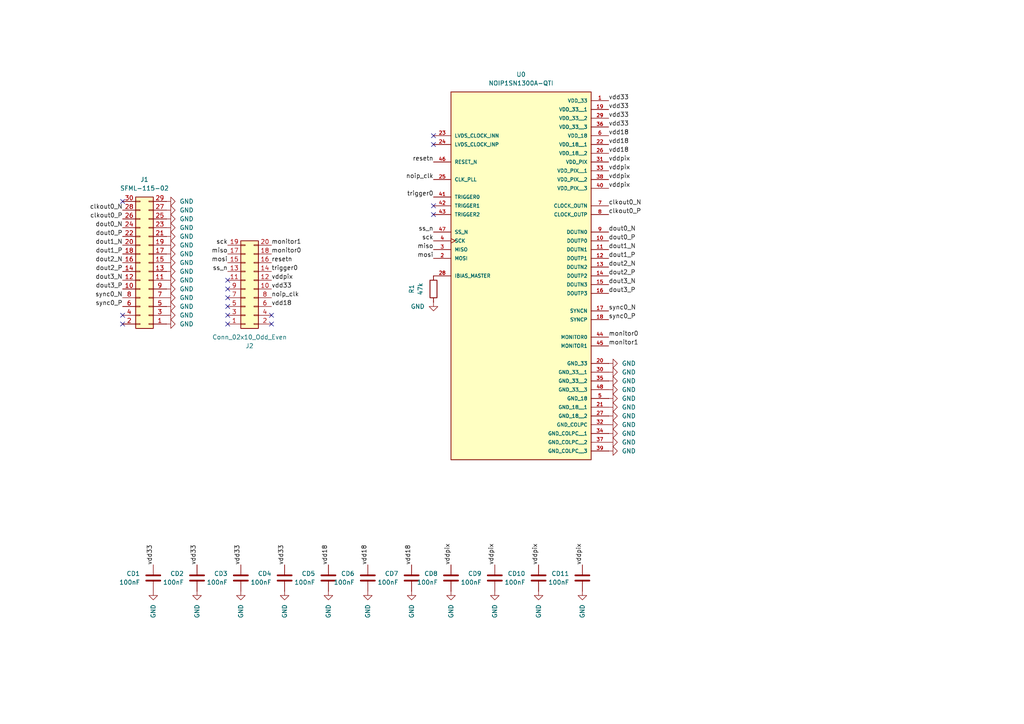
<source format=kicad_sch>
(kicad_sch (version 20231120) (generator "eeschema") (generator_version "8.0")
  (paper "A4")
  (lib_symbols
    (symbol "Connector_Generic:Conn_02x10_Odd_Even" (pin_names (offset 1.016) hide)
      (property "Reference" "J" (at 1.27 12.7 0))
      (property "Value" "Conn_02x10_Odd_Even" (at 1.27 -15.24 0))
      (symbol "Conn_02x10_Odd_Even_1_1"
        (rectangle (start -1.27 -12.573) (end 0 -12.827) (stroke (width 0.1524)))
        (rectangle (start -1.27 -10.033) (end 0 -10.287) (stroke (width 0.1524)))
        (rectangle (start -1.27 -7.493) (end 0 -7.747) (stroke (width 0.1524)))
        (rectangle (start -1.27 -4.953) (end 0 -5.207) (stroke (width 0.1524)))
        (rectangle (start -1.27 -2.413) (end 0 -2.667) (stroke (width 0.1524)))
        (rectangle (start -1.27 0.127) (end 0 -0.127) (stroke (width 0.1524)))
        (rectangle (start -1.27 2.667) (end 0 2.413) (stroke (width 0.1524)))
        (rectangle (start -1.27 5.207) (end 0 4.953) (stroke (width 0.1524)))
        (rectangle (start -1.27 7.747) (end 0 7.493) (stroke (width 0.1524)))
        (rectangle (start -1.27 10.287) (end 0 10.033) (stroke (width 0.1524)))
        (rectangle (start -1.27 11.43) (end 3.81 -13.97) (stroke (width 0.254)) (fill (type background)))
        (rectangle (start 3.81 -12.573) (end 2.54 -12.827) (stroke (width 0.1524)))
        (rectangle (start 3.81 -10.033) (end 2.54 -10.287) (stroke (width 0.1524)))
        (rectangle (start 3.81 -7.493) (end 2.54 -7.747) (stroke (width 0.1524)))
        (rectangle (start 3.81 -4.953) (end 2.54 -5.207) (stroke (width 0.1524)))
        (rectangle (start 3.81 -2.413) (end 2.54 -2.667) (stroke (width 0.1524)))
        (rectangle (start 3.81 0.127) (end 2.54 -0.127) (stroke (width 0.1524)))
        (rectangle (start 3.81 2.667) (end 2.54 2.413) (stroke (width 0.1524)))
        (rectangle (start 3.81 5.207) (end 2.54 4.953) (stroke (width 0.1524)))
        (rectangle (start 3.81 7.747) (end 2.54 7.493) (stroke (width 0.1524)))
        (rectangle (start 3.81 10.287) (end 2.54 10.033) (stroke (width 0.1524)))
        (pin passive line (at -5.08 10.16 0) (length 3.81) (name "Pin_1") (number "1"))
        (pin passive line (at 7.62 0 180) (length 3.81) (name "Pin_10") (number "10"))
        (pin passive line (at -5.08 -2.54 0) (length 3.81) (name "Pin_11") (number "11"))
        (pin passive line (at 7.62 -2.54 180) (length 3.81) (name "Pin_12") (number "12"))
        (pin passive line (at -5.08 -5.08 0) (length 3.81) (name "Pin_13") (number "13"))
        (pin passive line (at 7.62 -5.08 180) (length 3.81) (name "Pin_14") (number "14"))
        (pin passive line (at -5.08 -7.62 0) (length 3.81) (name "Pin_15") (number "15"))
        (pin passive line (at 7.62 -7.62 180) (length 3.81) (name "Pin_16") (number "16"))
        (pin passive line (at -5.08 -10.16 0) (length 3.81) (name "Pin_17") (number "17"))
        (pin passive line (at 7.62 -10.16 180) (length 3.81) (name "Pin_18") (number "18"))
        (pin passive line (at -5.08 -12.7 0) (length 3.81) (name "Pin_19") (number "19"))
        (pin passive line (at 7.62 10.16 180) (length 3.81) (name "Pin_2") (number "2"))
        (pin passive line (at 7.62 -12.7 180) (length 3.81) (name "Pin_20") (number "20"))
        (pin passive line (at -5.08 7.62 0) (length 3.81) (name "Pin_3") (number "3"))
        (pin passive line (at 7.62 7.62 180) (length 3.81) (name "Pin_4") (number "4"))
        (pin passive line (at -5.08 5.08 0) (length 3.81) (name "Pin_5") (number "5"))
        (pin passive line (at 7.62 5.08 180) (length 3.81) (name "Pin_6") (number "6"))
        (pin passive line (at -5.08 2.54 0) (length 3.81) (name "Pin_7") (number "7"))
        (pin passive line (at 7.62 2.54 180) (length 3.81) (name "Pin_8") (number "8"))
        (pin passive line (at -5.08 0 0) (length 3.81) (name "Pin_9") (number "9"))
      )
    )
    (symbol "Connector_Generic:Conn_02x15_Odd_Even" (pin_names (offset 1.016) hide)
      (property "Reference" "J" (at 1.27 20.32 0))
      (property "Value" "Conn_02x15_Odd_Even" (at 1.27 -20.32 0))
      (symbol "Conn_02x15_Odd_Even_1_1"
        (rectangle (start -1.27 -17.653) (end 0 -17.907) (stroke (width 0.1524)))
        (rectangle (start -1.27 -15.113) (end 0 -15.367) (stroke (width 0.1524)))
        (rectangle (start -1.27 -12.573) (end 0 -12.827) (stroke (width 0.1524)))
        (rectangle (start -1.27 -10.033) (end 0 -10.287) (stroke (width 0.1524)))
        (rectangle (start -1.27 -7.493) (end 0 -7.747) (stroke (width 0.1524)))
        (rectangle (start -1.27 -4.953) (end 0 -5.207) (stroke (width 0.1524)))
        (rectangle (start -1.27 -2.413) (end 0 -2.667) (stroke (width 0.1524)))
        (rectangle (start -1.27 0.127) (end 0 -0.127) (stroke (width 0.1524)))
        (rectangle (start -1.27 2.667) (end 0 2.413) (stroke (width 0.1524)))
        (rectangle (start -1.27 5.207) (end 0 4.953) (stroke (width 0.1524)))
        (rectangle (start -1.27 7.747) (end 0 7.493) (stroke (width 0.1524)))
        (rectangle (start -1.27 10.287) (end 0 10.033) (stroke (width 0.1524)))
        (rectangle (start -1.27 12.827) (end 0 12.573) (stroke (width 0.1524)))
        (rectangle (start -1.27 15.367) (end 0 15.113) (stroke (width 0.1524)))
        (rectangle (start -1.27 17.907) (end 0 17.653) (stroke (width 0.1524)))
        (rectangle (start -1.27 19.05) (end 3.81 -19.05) (stroke (width 0.254)) (fill (type background)))
        (rectangle (start 3.81 -17.653) (end 2.54 -17.907) (stroke (width 0.1524)))
        (rectangle (start 3.81 -15.113) (end 2.54 -15.367) (stroke (width 0.1524)))
        (rectangle (start 3.81 -12.573) (end 2.54 -12.827) (stroke (width 0.1524)))
        (rectangle (start 3.81 -10.033) (end 2.54 -10.287) (stroke (width 0.1524)))
        (rectangle (start 3.81 -7.493) (end 2.54 -7.747) (stroke (width 0.1524)))
        (rectangle (start 3.81 -4.953) (end 2.54 -5.207) (stroke (width 0.1524)))
        (rectangle (start 3.81 -2.413) (end 2.54 -2.667) (stroke (width 0.1524)))
        (rectangle (start 3.81 0.127) (end 2.54 -0.127) (stroke (width 0.1524)))
        (rectangle (start 3.81 2.667) (end 2.54 2.413) (stroke (width 0.1524)))
        (rectangle (start 3.81 5.207) (end 2.54 4.953) (stroke (width 0.1524)))
        (rectangle (start 3.81 7.747) (end 2.54 7.493) (stroke (width 0.1524)))
        (rectangle (start 3.81 10.287) (end 2.54 10.033) (stroke (width 0.1524)))
        (rectangle (start 3.81 12.827) (end 2.54 12.573) (stroke (width 0.1524)))
        (rectangle (start 3.81 15.367) (end 2.54 15.113) (stroke (width 0.1524)))
        (rectangle (start 3.81 17.907) (end 2.54 17.653) (stroke (width 0.1524)))
        (pin passive line (at -5.08 17.78 0) (length 3.81) (name "Pin_1") (number "1"))
        (pin passive line (at 7.62 7.62 180) (length 3.81) (name "Pin_10") (number "10"))
        (pin passive line (at -5.08 5.08 0) (length 3.81) (name "Pin_11") (number "11"))
        (pin passive line (at 7.62 5.08 180) (length 3.81) (name "Pin_12") (number "12"))
        (pin passive line (at -5.08 2.54 0) (length 3.81) (name "Pin_13") (number "13"))
        (pin passive line (at 7.62 2.54 180) (length 3.81) (name "Pin_14") (number "14"))
        (pin passive line (at -5.08 0 0) (length 3.81) (name "Pin_15") (number "15"))
        (pin passive line (at 7.62 0 180) (length 3.81) (name "Pin_16") (number "16"))
        (pin passive line (at -5.08 -2.54 0) (length 3.81) (name "Pin_17") (number "17"))
        (pin passive line (at 7.62 -2.54 180) (length 3.81) (name "Pin_18") (number "18"))
        (pin passive line (at -5.08 -5.08 0) (length 3.81) (name "Pin_19") (number "19"))
        (pin passive line (at 7.62 17.78 180) (length 3.81) (name "Pin_2") (number "2"))
        (pin passive line (at 7.62 -5.08 180) (length 3.81) (name "Pin_20") (number "20"))
        (pin passive line (at -5.08 -7.62 0) (length 3.81) (name "Pin_21") (number "21"))
        (pin passive line (at 7.62 -7.62 180) (length 3.81) (name "Pin_22") (number "22"))
        (pin passive line (at -5.08 -10.16 0) (length 3.81) (name "Pin_23") (number "23"))
        (pin passive line (at 7.62 -10.16 180) (length 3.81) (name "Pin_24") (number "24"))
        (pin passive line (at -5.08 -12.7 0) (length 3.81) (name "Pin_25") (number "25"))
        (pin passive line (at 7.62 -12.7 180) (length 3.81) (name "Pin_26") (number "26"))
        (pin passive line (at -5.08 -15.24 0) (length 3.81) (name "Pin_27") (number "27"))
        (pin passive line (at 7.62 -15.24 180) (length 3.81) (name "Pin_28") (number "28"))
        (pin passive line (at -5.08 -17.78 0) (length 3.81) (name "Pin_29") (number "29"))
        (pin passive line (at -5.08 15.24 0) (length 3.81) (name "Pin_3") (number "3"))
        (pin passive line (at 7.62 -17.78 180) (length 3.81) (name "Pin_30") (number "30"))
        (pin passive line (at 7.62 15.24 180) (length 3.81) (name "Pin_4") (number "4"))
        (pin passive line (at -5.08 12.7 0) (length 3.81) (name "Pin_5") (number "5"))
        (pin passive line (at 7.62 12.7 180) (length 3.81) (name "Pin_6") (number "6"))
        (pin passive line (at -5.08 10.16 0) (length 3.81) (name "Pin_7") (number "7"))
        (pin passive line (at 7.62 10.16 180) (length 3.81) (name "Pin_8") (number "8"))
        (pin passive line (at -5.08 7.62 0) (length 3.81) (name "Pin_9") (number "9"))
      )
    )
    (symbol "Device:C" (pin_numbers hide) (pin_names (offset 0.254))
      (property "Reference" "C" (at 0.635 2.54 0))
      (property "Value" "C" (at 0.635 -2.54 0))
      (symbol "C_0_1"
        (polyline (pts (xy -2.032 -0.762) (xy 2.032 -0.762)) (stroke (width 0.508)))
        (polyline (pts (xy -2.032 0.762) (xy 2.032 0.762)) (stroke (width 0.508)))
      )
      (symbol "C_1_1"
        (pin passive line (at 0 3.81 270) (length 2.794) (name "~") (number "1"))
        (pin passive line (at 0 -3.81 90) (length 2.794) (name "~") (number "2"))
      )
    )
    (symbol "Device:R" (pin_numbers hide) (pin_names (offset 0))
      (property "Reference" "R" (at 2.032 0 90))
      (property "Value" "R" (at 0 0 90))
      (symbol "R_0_1"
        (rectangle (start -1.016 -2.54) (end 1.016 2.54) (stroke (width 0.254)))
      )
      (symbol "R_1_1"
        (pin passive line (at 0 3.81 270) (length 1.27) (name "~") (number "1"))
        (pin passive line (at 0 -3.81 90) (length 1.27) (name "~") (number "2"))
      )
    )
    (symbol "NOIP1SN1300A-QTI:NOIP1SN1300A-QTI" (pin_names (offset 1.016))
      (property "Reference" "U" (at -20.32 34.036 0))
      (property "Value" "NOIP1SN1300A-QTI" (at -20.32 -76.962 0))
      (symbol "NOIP1SN1300A-QTI_0_0"
        (rectangle (start -20.32 -73.66) (end 20.32 33.02) (stroke (width 0.254)) (fill (type background)))
        (pin power_in line (at 25.4 30.48 180) (length 5.08) (name "VDD_33") (number "1"))
        (pin output line (at 25.4 -10.16 180) (length 5.08) (name "DOUTP0") (number "10"))
        (pin output line (at 25.4 -12.7 180) (length 5.08) (name "DOUTN1") (number "11"))
        (pin output line (at 25.4 -15.24 180) (length 5.08) (name "DOUTP1") (number "12"))
        (pin output line (at 25.4 -17.78 180) (length 5.08) (name "DOUTN2") (number "13"))
        (pin output line (at 25.4 -20.32 180) (length 5.08) (name "DOUTP2") (number "14"))
        (pin output line (at 25.4 -22.86 180) (length 5.08) (name "DOUTN3") (number "15"))
        (pin output line (at 25.4 -25.4 180) (length 5.08) (name "DOUTP3") (number "16"))
        (pin output line (at 25.4 -30.48 180) (length 5.08) (name "SYNCN") (number "17"))
        (pin output line (at 25.4 -33.02 180) (length 5.08) (name "SYNCP") (number "18"))
        (pin power_in line (at 25.4 27.94 180) (length 5.08) (name "VDD_33__1") (number "19"))
        (pin input line (at -25.4 -15.24 0) (length 5.08) (name "MOSI") (number "2"))
        (pin power_in line (at 25.4 -45.72 180) (length 5.08) (name "GND_33") (number "20"))
        (pin power_in line (at 25.4 -58.42 180) (length 5.08) (name "GND_18__1") (number "21"))
        (pin power_in line (at 25.4 17.78 180) (length 5.08) (name "VDD_18__1") (number "22"))
        (pin input line (at -25.4 20.32 0) (length 5.08) (name "LVDS_CLOCK_INN") (number "23"))
        (pin input line (at -25.4 17.78 0) (length 5.08) (name "LVDS_CLOCK_INP") (number "24"))
        (pin input line (at -25.4 7.62 0) (length 5.08) (name "CLK_PLL") (number "25"))
        (pin power_in line (at 25.4 15.24 180) (length 5.08) (name "VDD_18__2") (number "26"))
        (pin power_in line (at 25.4 -60.96 180) (length 5.08) (name "GND_18__2") (number "27"))
        (pin bidirectional line (at -25.4 -20.32 0) (length 5.08) (name "IBIAS_MASTER") (number "28"))
        (pin power_in line (at 25.4 25.4 180) (length 5.08) (name "VDD_33__2") (number "29"))
        (pin output line (at -25.4 -12.7 0) (length 5.08) (name "MISO") (number "3"))
        (pin power_in line (at 25.4 -48.26 180) (length 5.08) (name "GND_33__1") (number "30"))
        (pin power_in line (at 25.4 12.7 180) (length 5.08) (name "VDD_PIX") (number "31"))
        (pin power_in line (at 25.4 -63.5 180) (length 5.08) (name "GND_COLPC") (number "32"))
        (pin power_in line (at 25.4 10.16 180) (length 5.08) (name "VDD_PIX__1") (number "33"))
        (pin power_in line (at 25.4 -66.04 180) (length 5.08) (name "GND_COLPC__1") (number "34"))
        (pin power_in line (at 25.4 -50.8 180) (length 5.08) (name "GND_33__2") (number "35"))
        (pin power_in line (at 25.4 22.86 180) (length 5.08) (name "VDD_33__3") (number "36"))
        (pin power_in line (at 25.4 -68.58 180) (length 5.08) (name "GND_COLPC__2") (number "37"))
        (pin power_in line (at 25.4 7.62 180) (length 5.08) (name "VDD_PIX__2") (number "38"))
        (pin power_in line (at 25.4 -71.12 180) (length 5.08) (name "GND_COLPC__3") (number "39"))
        (pin input clock (at -25.4 -10.16 0) (length 5.08) (name "SCK") (number "4"))
        (pin power_in line (at 25.4 5.08 180) (length 5.08) (name "VDD_PIX__3") (number "40"))
        (pin input line (at -25.4 2.54 0) (length 5.08) (name "TRIGGER0") (number "41"))
        (pin input line (at -25.4 0 0) (length 5.08) (name "TRIGGER1") (number "42"))
        (pin input line (at -25.4 -2.54 0) (length 5.08) (name "TRIGGER2") (number "43"))
        (pin output line (at 25.4 -38.1 180) (length 5.08) (name "MONITOR0") (number "44"))
        (pin output line (at 25.4 -40.64 180) (length 5.08) (name "MONITOR1") (number "45"))
        (pin input line (at -25.4 12.7 0) (length 5.08) (name "RESET_N") (number "46"))
        (pin input line (at -25.4 -7.62 0) (length 5.08) (name "SS_N") (number "47"))
        (pin power_in line (at 25.4 -53.34 180) (length 5.08) (name "GND_33__3") (number "48"))
        (pin power_in line (at 25.4 -55.88 180) (length 5.08) (name "GND_18") (number "5"))
        (pin power_in line (at 25.4 20.32 180) (length 5.08) (name "VDD_18") (number "6"))
        (pin output line (at 25.4 0 180) (length 5.08) (name "CLOCK_OUTN") (number "7"))
        (pin output line (at 25.4 -2.54 180) (length 5.08) (name "CLOCK_OUTP") (number "8"))
        (pin output line (at 25.4 -7.62 180) (length 5.08) (name "DOUTN0") (number "9"))
      )
    )
    (symbol "power:GND" (power) (pin_numbers hide) (pin_names (offset 0) hide)
      (property "Value" "GND" (at 0 -3.81 0))
      (symbol "GND_0_1"
        (polyline (pts (xy 0 0) (xy 0 -1.27) (xy 1.27 -1.27) (xy 0 -2.54) (xy -1.27 -1.27) (xy 0 -1.27)))
      )
      (symbol "GND_1_1"
        (pin power_in line (at 0 0 270) (length 0) (name "~") (number "1"))
      )
    )
  )
  (no_connect (at 66.04 81.28))
  (no_connect (at 125.73 62.23))
  (no_connect (at 78.74 91.44))
  (no_connect (at 35.56 58.42))
  (no_connect (at 66.04 86.36))
  (no_connect (at 66.04 91.44))
  (no_connect (at 35.56 93.98))
  (no_connect (at 78.74 93.98))
  (no_connect (at 66.04 88.9))
  (no_connect (at 125.73 59.69))
  (no_connect (at 66.04 93.98))
  (no_connect (at 125.73 39.37))
  (no_connect (at 125.73 41.91))
  (no_connect (at 66.04 83.82))
  (no_connect (at 35.56 91.44))
  (label "vddpix" (at 176.53 54.61 0))
  (label "clkout0_P" (at 35.56 63.5 180))
  (label "monitor1" (at 176.53 100.33 0))
  (label "miso" (at 66.04 73.66 180))
  (label "dout3_P" (at 35.56 83.82 180))
  (label "vdd18" (at 176.53 39.37 0))
  (label "vdd18" (at 119.38 163.83 90))
  (label "sync0_N" (at 176.53 90.17 0))
  (label "vddpix" (at 168.91 163.83 90))
  (label "dout0_P" (at 35.56 68.58 180))
  (label "dout1_P" (at 176.53 74.93 0))
  (label "vddpix" (at 176.53 49.53 0))
  (label "vdd18" (at 78.74 88.9 0))
  (label "sync0_N" (at 35.56 86.36 180))
  (label "sck" (at 125.73 69.85 180))
  (label "noip_clk" (at 78.74 86.36 0))
  (label "sck" (at 66.04 71.12 180))
  (label "vdd18" (at 176.53 41.91 0))
  (label "ss_n" (at 125.73 67.31 180))
  (label "clkout0_N" (at 176.53 59.69 0))
  (label "clkout0_P" (at 176.53 62.23 0))
  (label "monitor1" (at 78.74 71.12 0))
  (label "dout0_P" (at 176.53 69.85 0))
  (label "dout3_N" (at 176.53 82.55 0))
  (label "ss_n" (at 66.04 78.74 180))
  (label "sync0_P" (at 176.53 92.71 0))
  (label "vddpix" (at 176.53 46.99 0))
  (label "trigger0" (at 125.73 57.15 180))
  (label "dout1_N" (at 176.53 72.39 0))
  (label "monitor0" (at 78.74 73.66 0))
  (label "monitor0" (at 176.53 97.79 0))
  (label "vdd33" (at 176.53 29.21 0))
  (label "vdd18" (at 106.68 163.83 90))
  (label "vdd33" (at 69.85 163.83 90))
  (label "mosi" (at 125.73 74.93 180))
  (label "vddpix" (at 78.74 81.28 0))
  (label "noip_clk" (at 125.73 52.07 180))
  (label "dout1_P" (at 35.56 73.66 180))
  (label "vdd33" (at 176.53 31.75 0))
  (label "dout1_N" (at 35.56 71.12 180))
  (label "dout2_N" (at 176.53 77.47 0))
  (label "vddpix" (at 176.53 52.07 0))
  (label "dout0_N" (at 35.56 66.04 180))
  (label "sync0_P" (at 35.56 88.9 180))
  (label "vdd18" (at 95.25 163.83 90))
  (label "resetn" (at 78.74 76.2 0))
  (label "miso" (at 125.73 72.39 180))
  (label "dout2_P" (at 176.53 80.01 0))
  (label "vdd33" (at 57.15 163.83 90))
  (label "vddpix" (at 130.81 163.83 90))
  (label "resetn" (at 125.73 46.99 180))
  (label "trigger0" (at 78.74 78.74 0))
  (label "vdd33" (at 82.55 163.83 90))
  (label "dout2_N" (at 35.56 76.2 180))
  (label "dout3_P" (at 176.53 85.09 0))
  (label "vdd33" (at 176.53 36.83 0))
  (label "clkout0_N" (at 35.56 60.96 180))
  (label "vdd33" (at 78.74 83.82 0))
  (label "mosi" (at 66.04 76.2 180))
  (label "dout0_N" (at 176.53 67.31 0))
  (label "dout2_P" (at 35.56 78.74 180))
  (label "vdd33" (at 44.45 163.83 90))
  (label "vddpix" (at 143.51 163.83 90))
  (label "vddpix" (at 156.21 163.83 90))
  (label "dout3_N" (at 35.56 81.28 180))
  (label "vdd33" (at 176.53 34.29 0))
  (label "vdd18" (at 176.53 44.45 0))
  (symbol (lib_id "power:GND") (at 176.53 120.65 90) (unit 1)
    (property "Reference" "#PWR09" (effects (hide yes)))
    (property "Value" "GND" (at 180.34 120.6499 90) (effects (justify right)))
    (property "Description" "Power symbol creates a global label with name \"GND\" , ground" (effects (hide yes)))
  )
  (symbol (lib_id "Connector_Generic:Conn_02x15_Odd_Even") (at 43.18 76.2 180) (unit 1)
    (property "Reference" "J1" (at 41.91 52.07 0))
    (property "Value" "SFML-115-02" (at 41.91 54.61 0))
    (property "Footprint" "SAMTEC_SFML11502LDLC:SAMTEC_SFML-115-02-L-D-LC" (effects (hide yes)))
    (property "Description" "Generic connector, double row, 02x15, odd/even pin numbering scheme (row 1 odd numbers, row 2 even numbers), script generated (kicad-library-utils/schlib/autogen/connector/)" (effects (hide yes)))
  )
  (symbol (lib_id "Device:C") (at 82.55 167.64 0) (mirror y) (unit 1)
    (property "Reference" "CD4" (at 78.74 166.3699 0) (effects (justify left)))
    (property "Value" "100nF" (at 78.74 168.9099 0) (effects (justify left)))
    (property "Footprint" "Capacitor_SMD:C_0603_1608Metric" (effects (hide yes)))
    (property "Description" "Unpolarized capacitor" (effects (hide yes)))
  )
  (symbol (lib_id "power:GND") (at 176.53 110.49 90) (unit 1)
    (property "Reference" "#PWR05" (effects (hide yes)))
    (property "Value" "GND" (at 180.34 110.4899 90) (effects (justify right)))
    (property "Description" "Power symbol creates a global label with name \"GND\" , ground" (effects (hide yes)))
  )
  (symbol (lib_id "power:GND") (at 48.26 71.12 90) (unit 1)
    (property "Reference" "#PWR018" (effects (hide yes)))
    (property "Value" "GND" (at 52.07 71.1199 90) (effects (justify right)))
    (property "Description" "Power symbol creates a global label with name \"GND\" , ground" (effects (hide yes)))
  )
  (symbol (lib_id "power:GND") (at 143.51 171.45 0) (unit 1)
    (property "Reference" "#PWR076" (effects (hide yes)))
    (property "Value" "GND" (at 143.5101 175.26 90) (effects (justify right)))
    (property "Description" "Power symbol creates a global label with name \"GND\" , ground" (effects (hide yes)))
  )
  (symbol (lib_id "power:GND") (at 176.53 115.57 90) (unit 1)
    (property "Reference" "#PWR07" (effects (hide yes)))
    (property "Value" "GND" (at 180.34 115.5699 90) (effects (justify right)))
    (property "Description" "Power symbol creates a global label with name \"GND\" , ground" (effects (hide yes)))
  )
  (symbol (lib_id "power:GND") (at 176.53 113.03 90) (unit 1)
    (property "Reference" "#PWR06" (effects (hide yes)))
    (property "Value" "GND" (at 180.34 113.0299 90) (effects (justify right)))
    (property "Description" "Power symbol creates a global label with name \"GND\" , ground" (effects (hide yes)))
  )
  (symbol (lib_id "Device:C") (at 156.21 167.64 0) (mirror y) (unit 1)
    (property "Reference" "CD10" (at 152.4 166.3699 0) (effects (justify left)))
    (property "Value" "100nF" (at 152.4 168.9099 0) (effects (justify left)))
    (property "Footprint" "Capacitor_SMD:C_0603_1608Metric" (effects (hide yes)))
    (property "Description" "Unpolarized capacitor" (effects (hide yes)))
  )
  (symbol (lib_id "power:GND") (at 176.53 118.11 90) (unit 1)
    (property "Reference" "#PWR08" (effects (hide yes)))
    (property "Value" "GND" (at 180.34 118.1099 90) (effects (justify right)))
    (property "Description" "Power symbol creates a global label with name \"GND\" , ground" (effects (hide yes)))
  )
  (symbol (lib_id "Device:C") (at 44.45 167.64 0) (mirror y) (unit 1)
    (property "Reference" "CD1" (at 40.64 166.3699 0) (effects (justify left)))
    (property "Value" "100nF" (at 40.64 168.9099 0) (effects (justify left)))
    (property "Footprint" "Capacitor_SMD:C_0603_1608Metric" (effects (hide yes)))
    (property "Description" "Unpolarized capacitor" (effects (hide yes)))
  )
  (symbol (lib_id "power:GND") (at 130.81 171.45 0) (unit 1)
    (property "Reference" "#PWR077" (effects (hide yes)))
    (property "Value" "GND" (at 130.8101 175.26 90) (effects (justify right)))
    (property "Description" "Power symbol creates a global label with name \"GND\" , ground" (effects (hide yes)))
  )
  (symbol (lib_id "power:GND") (at 95.25 171.45 0) (unit 1)
    (property "Reference" "#PWR080" (effects (hide yes)))
    (property "Value" "GND" (at 95.2501 175.26 90) (effects (justify right)))
    (property "Description" "Power symbol creates a global label with name \"GND\" , ground" (effects (hide yes)))
  )
  (symbol (lib_id "power:GND") (at 176.53 107.95 90) (unit 1)
    (property "Reference" "#PWR04" (effects (hide yes)))
    (property "Value" "GND" (at 180.34 107.9499 90) (effects (justify right)))
    (property "Description" "Power symbol creates a global label with name \"GND\" , ground" (effects (hide yes)))
  )
  (symbol (lib_id "NOIP1SN1300A-QTI:NOIP1SN1300A-QTI") (at 151.13 59.69 0) (unit 1)
    (property "Reference" "U0" (at 151.13 21.59 0))
    (property "Value" "NOIP1SN1300A-QTI" (at 151.13 24.13 0))
    (property "Footprint" "NOIP1SN1300A-QTI:LCC101P1422X1422X228-48N" (effects (hide yes)))
    (property "MF" "ON Semiconductor" (effects (hide yes)))
    (property "SNAPEDA_PACKAGE_ID" "104316" (effects (hide yes)))
    (property "Package" "LCC-48 ON Semiconductor" (effects (hide yes)))
    (property "Price" "None" (effects (hide yes)))
    (property "Check_prices" "https://www.snapeda.com/parts/NOIP1SN1300A-QTI/Onsemi/view-part/?ref=eda" (effects (hide yes)))
    (property "STANDARD" "IPC 7351B" (effects (hide yes)))
    (property "PARTREV" "6" (effects (hide yes)))
    (property "SnapEDA_Link" "https://www.snapeda.com/parts/NOIP1SN1300A-QTI/Onsemi/view-part/?ref=snap" (effects (hide yes)))
    (property "MP" "NOIP1SN1300A-QTI" (effects (hide yes)))
    (property "Purchase-URL" "https://www.snapeda.com/api/url_track_click_mouser/?unipart_id=572296&manufacturer=ON Semiconductor&part_name=NOIP1SN1300A-QTI&search_term=None" (effects (hide yes)))
    (property "Description_1" "\nCMOS Image Sensor 4.8µm x 4.8µm 48-LCC (14.22x14.22)\n" (effects (hide yes)))
    (property "MANUFACTURER" "ON SEMICONDUCTOR" (effects (hide yes)))
    (property "Availability" "In Stock" (effects (hide yes)))
    (property "MAXIMUM_PACKAGE_HEIGHT" "2.28mm" (effects (hide yes)))
  )
  (symbol (lib_id "Device:C") (at 95.25 167.64 0) (mirror y) (unit 1)
    (property "Reference" "CD5" (at 91.44 166.3699 0) (effects (justify left)))
    (property "Value" "100nF" (at 91.44 168.9099 0) (effects (justify left)))
    (property "Footprint" "Capacitor_SMD:C_0603_1608Metric" (effects (hide yes)))
    (property "Description" "Unpolarized capacitor" (effects (hide yes)))
  )
  (symbol (lib_id "power:GND") (at 82.55 171.45 0) (unit 1)
    (property "Reference" "#PWR081" (effects (hide yes)))
    (property "Value" "GND" (at 82.5501 175.26 90) (effects (justify right)))
    (property "Description" "Power symbol creates a global label with name \"GND\" , ground" (effects (hide yes)))
  )
  (symbol (lib_id "power:GND") (at 48.26 91.44 90) (unit 1)
    (property "Reference" "#PWR027" (effects (hide yes)))
    (property "Value" "GND" (at 52.07 91.4399 90) (effects (justify right)))
    (property "Description" "Power symbol creates a global label with name \"GND\" , ground" (effects (hide yes)))
  )
  (symbol (lib_id "power:GND") (at 48.26 68.58 90) (unit 1)
    (property "Reference" "#PWR017" (effects (hide yes)))
    (property "Value" "GND" (at 52.07 68.5799 90) (effects (justify right)))
    (property "Description" "Power symbol creates a global label with name \"GND\" , ground" (effects (hide yes)))
  )
  (symbol (lib_id "power:GND") (at 48.26 76.2 90) (unit 1)
    (property "Reference" "#PWR021" (effects (hide yes)))
    (property "Value" "GND" (at 52.07 76.1999 90) (effects (justify right)))
    (property "Description" "Power symbol creates a global label with name \"GND\" , ground" (effects (hide yes)))
  )
  (symbol (lib_id "power:GND") (at 176.53 123.19 90) (unit 1)
    (property "Reference" "#PWR010" (effects (hide yes)))
    (property "Value" "GND" (at 180.34 123.1899 90) (effects (justify right)))
    (property "Description" "Power symbol creates a global label with name \"GND\" , ground" (effects (hide yes)))
  )
  (symbol (lib_id "Device:C") (at 69.85 167.64 0) (mirror y) (unit 1)
    (property "Reference" "CD3" (at 66.04 166.3699 0) (effects (justify left)))
    (property "Value" "100nF" (at 66.04 168.9099 0) (effects (justify left)))
    (property "Footprint" "Capacitor_SMD:C_0603_1608Metric" (effects (hide yes)))
    (property "Description" "Unpolarized capacitor" (effects (hide yes)))
  )
  (symbol (lib_id "power:GND") (at 176.53 128.27 90) (unit 1)
    (property "Reference" "#PWR012" (effects (hide yes)))
    (property "Value" "GND" (at 180.34 128.2699 90) (effects (justify right)))
    (property "Description" "Power symbol creates a global label with name \"GND\" , ground" (effects (hide yes)))
  )
  (symbol (lib_id "power:GND") (at 48.26 88.9 90) (unit 1)
    (property "Reference" "#PWR026" (effects (hide yes)))
    (property "Value" "GND" (at 52.07 88.8999 90) (effects (justify right)))
    (property "Description" "Power symbol creates a global label with name \"GND\" , ground" (effects (hide yes)))
  )
  (symbol (lib_id "power:GND") (at 48.26 73.66 90) (unit 1)
    (property "Reference" "#PWR020" (effects (hide yes)))
    (property "Value" "GND" (at 52.07 73.6599 90) (effects (justify right)))
    (property "Description" "Power symbol creates a global label with name \"GND\" , ground" (effects (hide yes)))
  )
  (symbol (lib_id "Device:R") (at 125.73 83.82 0) (mirror y) (unit 1)
    (property "Reference" "R1" (at 119.38 83.82 90))
    (property "Value" "47k" (at 121.92 83.82 90))
    (property "Footprint" "Resistor_SMD:R_0603_1608Metric" (effects (hide yes)))
    (property "Description" "Resistor" (effects (hide yes)))
  )
  (symbol (lib_id "Connector_Generic:Conn_02x10_Odd_Even") (at 71.12 83.82 0) (mirror x) (unit 1)
    (property "Reference" "J2" (at 72.39 100.33 0))
    (property "Value" "Conn_02x10_Odd_Even" (at 72.39 97.79 0))
    (property "Footprint" "SAMTEC_SFML11002LDLC:SAMTEC_SFML-110-02-L-D-LC" (effects (hide yes)))
    (property "Description" "Generic connector, double row, 02x10, odd/even pin numbering scheme (row 1 odd numbers, row 2 even numbers), script generated (kicad-library-utils/schlib/autogen/connector/)" (effects (hide yes)))
  )
  (symbol (lib_id "Device:C") (at 57.15 167.64 0) (mirror y) (unit 1)
    (property "Reference" "CD2" (at 53.34 166.3699 0) (effects (justify left)))
    (property "Value" "100nF" (at 53.34 168.9099 0) (effects (justify left)))
    (property "Footprint" "Capacitor_SMD:C_0603_1608Metric" (effects (hide yes)))
    (property "Description" "Unpolarized capacitor" (effects (hide yes)))
  )
  (symbol (lib_id "Device:C") (at 130.81 167.64 0) (mirror y) (unit 1)
    (property "Reference" "CD8" (at 127 166.3699 0) (effects (justify left)))
    (property "Value" "100nF" (at 127 168.9099 0) (effects (justify left)))
    (property "Footprint" "Capacitor_SMD:C_0603_1608Metric" (effects (hide yes)))
    (property "Description" "Unpolarized capacitor" (effects (hide yes)))
  )
  (symbol (lib_id "Device:C") (at 168.91 167.64 0) (mirror y) (unit 1)
    (property "Reference" "CD11" (at 165.1 166.3699 0) (effects (justify left)))
    (property "Value" "100nF" (at 165.1 168.9099 0) (effects (justify left)))
    (property "Footprint" "Capacitor_SMD:C_0603_1608Metric" (effects (hide yes)))
    (property "Description" "Unpolarized capacitor" (effects (hide yes)))
  )
  (symbol (lib_id "power:GND") (at 48.26 93.98 90) (unit 1)
    (property "Reference" "#PWR02" (effects (hide yes)))
    (property "Value" "GND" (at 52.07 93.9799 90) (effects (justify right)))
    (property "Description" "Power symbol creates a global label with name \"GND\" , ground" (effects (hide yes)))
  )
  (symbol (lib_id "power:GND") (at 176.53 125.73 90) (unit 1)
    (property "Reference" "#PWR011" (effects (hide yes)))
    (property "Value" "GND" (at 180.34 125.7299 90) (effects (justify right)))
    (property "Description" "Power symbol creates a global label with name \"GND\" , ground" (effects (hide yes)))
  )
  (symbol (lib_id "power:GND") (at 48.26 66.04 90) (unit 1)
    (property "Reference" "#PWR016" (effects (hide yes)))
    (property "Value" "GND" (at 52.07 66.0399 90) (effects (justify right)))
    (property "Description" "Power symbol creates a global label with name \"GND\" , ground" (effects (hide yes)))
  )
  (symbol (lib_id "power:GND") (at 57.15 171.45 0) (unit 1)
    (property "Reference" "#PWR083" (effects (hide yes)))
    (property "Value" "GND" (at 57.1501 175.26 90) (effects (justify right)))
    (property "Description" "Power symbol creates a global label with name \"GND\" , ground" (effects (hide yes)))
  )
  (symbol (lib_id "power:GND") (at 176.53 105.41 90) (unit 1)
    (property "Reference" "#PWR03" (effects (hide yes)))
    (property "Value" "GND" (at 180.34 105.4099 90) (effects (justify right)))
    (property "Description" "Power symbol creates a global label with name \"GND\" , ground" (effects (hide yes)))
  )
  (symbol (lib_id "power:GND") (at 48.26 78.74 90) (unit 1)
    (property "Reference" "#PWR022" (effects (hide yes)))
    (property "Value" "GND" (at 52.07 78.7399 90) (effects (justify right)))
    (property "Description" "Power symbol creates a global label with name \"GND\" , ground" (effects (hide yes)))
  )
  (symbol (lib_id "power:GND") (at 48.26 60.96 90) (unit 1)
    (property "Reference" "#PWR014" (effects (hide yes)))
    (property "Value" "GND" (at 52.07 60.9599 90) (effects (justify right)))
    (property "Description" "Power symbol creates a global label with name \"GND\" , ground" (effects (hide yes)))
  )
  (symbol (lib_id "power:GND") (at 48.26 86.36 90) (unit 1)
    (property "Reference" "#PWR025" (effects (hide yes)))
    (property "Value" "GND" (at 52.07 86.3599 90) (effects (justify right)))
    (property "Description" "Power symbol creates a global label with name \"GND\" , ground" (effects (hide yes)))
  )
  (symbol (lib_id "Device:C") (at 143.51 167.64 0) (mirror y) (unit 1)
    (property "Reference" "CD9" (at 139.7 166.3699 0) (effects (justify left)))
    (property "Value" "100nF" (at 139.7 168.9099 0) (effects (justify left)))
    (property "Footprint" "Capacitor_SMD:C_0603_1608Metric" (effects (hide yes)))
    (property "Description" "Unpolarized capacitor" (effects (hide yes)))
  )
  (symbol (lib_id "power:GND") (at 48.26 83.82 90) (unit 1)
    (property "Reference" "#PWR024" (effects (hide yes)))
    (property "Value" "GND" (at 52.07 83.8199 90) (effects (justify right)))
    (property "Description" "Power symbol creates a global label with name \"GND\" , ground" (effects (hide yes)))
  )
  (symbol (lib_id "power:GND") (at 48.26 58.42 90) (unit 1)
    (property "Reference" "#PWR01" (effects (hide yes)))
    (property "Value" "GND" (at 52.07 58.4199 90) (effects (justify right)))
    (property "Description" "Power symbol creates a global label with name \"GND\" , ground" (effects (hide yes)))
  )
  (symbol (lib_id "power:GND") (at 48.26 81.28 90) (unit 1)
    (property "Reference" "#PWR023" (effects (hide yes)))
    (property "Value" "GND" (at 52.07 81.2799 90) (effects (justify right)))
    (property "Description" "Power symbol creates a global label with name \"GND\" , ground" (effects (hide yes)))
  )
  (symbol (lib_id "power:GND") (at 69.85 171.45 0) (unit 1)
    (property "Reference" "#PWR082" (effects (hide yes)))
    (property "Value" "GND" (at 69.8501 175.26 90) (effects (justify right)))
    (property "Description" "Power symbol creates a global label with name \"GND\" , ground" (effects (hide yes)))
  )
  (symbol (lib_id "power:GND") (at 168.91 171.45 0) (unit 1)
    (property "Reference" "#PWR074" (effects (hide yes)))
    (property "Value" "GND" (at 168.9101 175.26 90) (effects (justify right)))
    (property "Description" "Power symbol creates a global label with name \"GND\" , ground" (effects (hide yes)))
  )
  (symbol (lib_id "power:GND") (at 48.26 63.5 90) (unit 1)
    (property "Reference" "#PWR015" (effects (hide yes)))
    (property "Value" "GND" (at 52.07 63.4999 90) (effects (justify right)))
    (property "Description" "Power symbol creates a global label with name \"GND\" , ground" (effects (hide yes)))
  )
  (symbol (lib_id "power:GND") (at 44.45 171.45 0) (unit 1)
    (property "Reference" "#PWR084" (effects (hide yes)))
    (property "Value" "GND" (at 44.4501 175.26 90) (effects (justify right)))
    (property "Description" "Power symbol creates a global label with name \"GND\" , ground" (effects (hide yes)))
  )
  (symbol (lib_id "power:GND") (at 176.53 130.81 90) (unit 1)
    (property "Reference" "#PWR013" (effects (hide yes)))
    (property "Value" "GND" (at 180.34 130.8099 90) (effects (justify right)))
    (property "Description" "Power symbol creates a global label with name \"GND\" , ground" (effects (hide yes)))
  )
  (symbol (lib_id "Device:C") (at 119.38 167.64 0) (mirror y) (unit 1)
    (property "Reference" "CD7" (at 115.57 166.3699 0) (effects (justify left)))
    (property "Value" "100nF" (at 115.57 168.9099 0) (effects (justify left)))
    (property "Footprint" "Capacitor_SMD:C_0603_1608Metric" (effects (hide yes)))
    (property "Description" "Unpolarized capacitor" (effects (hide yes)))
  )
  (symbol (lib_id "power:GND") (at 119.38 171.45 0) (unit 1)
    (property "Reference" "#PWR078" (effects (hide yes)))
    (property "Value" "GND" (at 119.3801 175.26 90) (effects (justify right)))
    (property "Description" "Power symbol creates a global label with name \"GND\" , ground" (effects (hide yes)))
  )
  (symbol (lib_id "power:GND") (at 156.21 171.45 0) (unit 1)
    (property "Reference" "#PWR075" (effects (hide yes)))
    (property "Value" "GND" (at 156.2101 175.26 90) (effects (justify right)))
    (property "Description" "Power symbol creates a global label with name \"GND\" , ground" (effects (hide yes)))
  )
  (symbol (lib_id "power:GND") (at 106.68 171.45 0) (unit 1)
    (property "Reference" "#PWR079" (effects (hide yes)))
    (property "Value" "GND" (at 106.6801 175.26 90) (effects (justify right)))
    (property "Description" "Power symbol creates a global label with name \"GND\" , ground" (effects (hide yes)))
  )
  (symbol (lib_id "Device:C") (at 106.68 167.64 0) (mirror y) (unit 1)
    (property "Reference" "CD6" (at 102.87 166.3699 0) (effects (justify left)))
    (property "Value" "100nF" (at 102.87 168.9099 0) (effects (justify left)))
    (property "Footprint" "Capacitor_SMD:C_0603_1608Metric" (effects (hide yes)))
    (property "Description" "Unpolarized capacitor" (effects (hide yes)))
  )
  (symbol (lib_id "power:GND") (at 125.73 87.63 0) (mirror y) (unit 1)
    (property "Reference" "#PWR019" (effects (hide yes)))
    (property "Value" "GND" (at 123.19 88.8999 0) (effects (justify left)))
    (property "Description" "Power symbol creates a global label with name \"GND\" , ground" (effects (hide yes)))
  )
)
</source>
